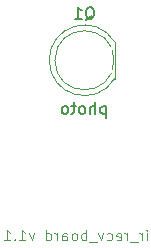
<source format=gbo>
G04 #@! TF.GenerationSoftware,KiCad,Pcbnew,(5.0.0)*
G04 #@! TF.CreationDate,2019-08-04T18:22:56+09:00*
G04 #@! TF.ProjectId,ir_read_mod,69725F726561645F6D6F642E6B696361,rev?*
G04 #@! TF.SameCoordinates,Original*
G04 #@! TF.FileFunction,Legend,Bot*
G04 #@! TF.FilePolarity,Positive*
%FSLAX46Y46*%
G04 Gerber Fmt 4.6, Leading zero omitted, Abs format (unit mm)*
G04 Created by KiCad (PCBNEW (5.0.0)) date 08/04/19 18:22:56*
%MOMM*%
%LPD*%
G01*
G04 APERTURE LIST*
%ADD10C,0.100000*%
%ADD11C,0.150000*%
%ADD12C,0.120000*%
%ADD13C,3.600000*%
%ADD14C,2.200000*%
%ADD15R,2.200000X2.200000*%
%ADD16R,2.100000X2.100000*%
%ADD17O,2.100000X2.100000*%
%ADD18C,2.000000*%
%ADD19O,2.000000X2.000000*%
%ADD20C,2.740000*%
%ADD21R,2.000000X2.000000*%
%ADD22R,2.500000X2.300000*%
%ADD23O,2.500000X2.300000*%
G04 APERTURE END LIST*
D10*
X63321428Y-74857142D02*
X63321428Y-74257142D01*
X63321428Y-73957142D02*
X63364285Y-74000000D01*
X63321428Y-74042857D01*
X63278571Y-74000000D01*
X63321428Y-73957142D01*
X63321428Y-74042857D01*
X62892857Y-74857142D02*
X62892857Y-74257142D01*
X62892857Y-74428571D02*
X62850000Y-74342857D01*
X62807142Y-74300000D01*
X62721428Y-74257142D01*
X62635714Y-74257142D01*
X62550000Y-74942857D02*
X61864285Y-74942857D01*
X61650000Y-74857142D02*
X61650000Y-74257142D01*
X61650000Y-74428571D02*
X61607142Y-74342857D01*
X61564285Y-74300000D01*
X61478571Y-74257142D01*
X61392857Y-74257142D01*
X60750000Y-74814285D02*
X60835714Y-74857142D01*
X61007142Y-74857142D01*
X61092857Y-74814285D01*
X61135714Y-74728571D01*
X61135714Y-74385714D01*
X61092857Y-74300000D01*
X61007142Y-74257142D01*
X60835714Y-74257142D01*
X60750000Y-74300000D01*
X60707142Y-74385714D01*
X60707142Y-74471428D01*
X61135714Y-74557142D01*
X59935714Y-74814285D02*
X60021428Y-74857142D01*
X60192857Y-74857142D01*
X60278571Y-74814285D01*
X60321428Y-74771428D01*
X60364285Y-74685714D01*
X60364285Y-74428571D01*
X60321428Y-74342857D01*
X60278571Y-74300000D01*
X60192857Y-74257142D01*
X60021428Y-74257142D01*
X59935714Y-74300000D01*
X59635714Y-74257142D02*
X59421428Y-74857142D01*
X59207142Y-74257142D01*
X59078571Y-74942857D02*
X58392857Y-74942857D01*
X58178571Y-74857142D02*
X58178571Y-73957142D01*
X58178571Y-74300000D02*
X58092857Y-74257142D01*
X57921428Y-74257142D01*
X57835714Y-74300000D01*
X57792857Y-74342857D01*
X57750000Y-74428571D01*
X57750000Y-74685714D01*
X57792857Y-74771428D01*
X57835714Y-74814285D01*
X57921428Y-74857142D01*
X58092857Y-74857142D01*
X58178571Y-74814285D01*
X57235714Y-74857142D02*
X57321428Y-74814285D01*
X57364285Y-74771428D01*
X57407142Y-74685714D01*
X57407142Y-74428571D01*
X57364285Y-74342857D01*
X57321428Y-74300000D01*
X57235714Y-74257142D01*
X57107142Y-74257142D01*
X57021428Y-74300000D01*
X56978571Y-74342857D01*
X56935714Y-74428571D01*
X56935714Y-74685714D01*
X56978571Y-74771428D01*
X57021428Y-74814285D01*
X57107142Y-74857142D01*
X57235714Y-74857142D01*
X56164285Y-74857142D02*
X56164285Y-74385714D01*
X56207142Y-74300000D01*
X56292857Y-74257142D01*
X56464285Y-74257142D01*
X56550000Y-74300000D01*
X56164285Y-74814285D02*
X56250000Y-74857142D01*
X56464285Y-74857142D01*
X56550000Y-74814285D01*
X56592857Y-74728571D01*
X56592857Y-74642857D01*
X56550000Y-74557142D01*
X56464285Y-74514285D01*
X56250000Y-74514285D01*
X56164285Y-74471428D01*
X55735714Y-74857142D02*
X55735714Y-74257142D01*
X55735714Y-74428571D02*
X55692857Y-74342857D01*
X55650000Y-74300000D01*
X55564285Y-74257142D01*
X55478571Y-74257142D01*
X54792857Y-74857142D02*
X54792857Y-73957142D01*
X54792857Y-74814285D02*
X54878571Y-74857142D01*
X55050000Y-74857142D01*
X55135714Y-74814285D01*
X55178571Y-74771428D01*
X55221428Y-74685714D01*
X55221428Y-74428571D01*
X55178571Y-74342857D01*
X55135714Y-74300000D01*
X55050000Y-74257142D01*
X54878571Y-74257142D01*
X54792857Y-74300000D01*
X53764285Y-74257142D02*
X53550000Y-74857142D01*
X53335714Y-74257142D01*
X52521428Y-74857142D02*
X53035714Y-74857142D01*
X52778571Y-74857142D02*
X52778571Y-73957142D01*
X52864285Y-74085714D01*
X52950000Y-74171428D01*
X53035714Y-74214285D01*
X52135714Y-74771428D02*
X52092857Y-74814285D01*
X52135714Y-74857142D01*
X52178571Y-74814285D01*
X52135714Y-74771428D01*
X52135714Y-74857142D01*
X51235714Y-74857142D02*
X51750000Y-74857142D01*
X51492857Y-74857142D02*
X51492857Y-73957142D01*
X51578571Y-74085714D01*
X51664285Y-74171428D01*
X51750000Y-74214285D01*
D11*
X59857142Y-63485714D02*
X59857142Y-64485714D01*
X59857142Y-63533333D02*
X59761904Y-63485714D01*
X59571428Y-63485714D01*
X59476190Y-63533333D01*
X59428571Y-63580952D01*
X59380952Y-63676190D01*
X59380952Y-63961904D01*
X59428571Y-64057142D01*
X59476190Y-64104761D01*
X59571428Y-64152380D01*
X59761904Y-64152380D01*
X59857142Y-64104761D01*
X58952380Y-64152380D02*
X58952380Y-63152380D01*
X58523809Y-64152380D02*
X58523809Y-63628571D01*
X58571428Y-63533333D01*
X58666666Y-63485714D01*
X58809523Y-63485714D01*
X58904761Y-63533333D01*
X58952380Y-63580952D01*
X57904761Y-64152380D02*
X58000000Y-64104761D01*
X58047619Y-64057142D01*
X58095238Y-63961904D01*
X58095238Y-63676190D01*
X58047619Y-63580952D01*
X58000000Y-63533333D01*
X57904761Y-63485714D01*
X57761904Y-63485714D01*
X57666666Y-63533333D01*
X57619047Y-63580952D01*
X57571428Y-63676190D01*
X57571428Y-63961904D01*
X57619047Y-64057142D01*
X57666666Y-64104761D01*
X57761904Y-64152380D01*
X57904761Y-64152380D01*
X57285714Y-63485714D02*
X56904761Y-63485714D01*
X57142857Y-63152380D02*
X57142857Y-64009523D01*
X57095238Y-64104761D01*
X57000000Y-64152380D01*
X56904761Y-64152380D01*
X56428571Y-64152380D02*
X56523809Y-64104761D01*
X56571428Y-64057142D01*
X56619047Y-63961904D01*
X56619047Y-63676190D01*
X56571428Y-63580952D01*
X56523809Y-63533333D01*
X56428571Y-63485714D01*
X56285714Y-63485714D01*
X56190476Y-63533333D01*
X56142857Y-63580952D01*
X56095238Y-63676190D01*
X56095238Y-63961904D01*
X56142857Y-64057142D01*
X56190476Y-64104761D01*
X56285714Y-64152380D01*
X56428571Y-64152380D01*
D12*
G04 #@! TO.C,Q1*
X55040000Y-59600462D02*
G75*
G02X60590000Y-58055170I2990000J462D01*
G01*
X55040000Y-59599538D02*
G75*
G03X60590000Y-61144830I2990000J-462D01*
G01*
X60530000Y-59600000D02*
G75*
G03X60530000Y-59600000I-2500000J0D01*
G01*
X60590000Y-58055000D02*
X60590000Y-61145000D01*
D11*
X58125238Y-56187619D02*
X58220476Y-56140000D01*
X58315714Y-56044761D01*
X58458571Y-55901904D01*
X58553809Y-55854285D01*
X58649047Y-55854285D01*
X58601428Y-56092380D02*
X58696666Y-56044761D01*
X58791904Y-55949523D01*
X58839523Y-55759047D01*
X58839523Y-55425714D01*
X58791904Y-55235238D01*
X58696666Y-55140000D01*
X58601428Y-55092380D01*
X58410952Y-55092380D01*
X58315714Y-55140000D01*
X58220476Y-55235238D01*
X58172857Y-55425714D01*
X58172857Y-55759047D01*
X58220476Y-55949523D01*
X58315714Y-56044761D01*
X58410952Y-56092380D01*
X58601428Y-56092380D01*
X57220476Y-56092380D02*
X57791904Y-56092380D01*
X57506190Y-56092380D02*
X57506190Y-55092380D01*
X57601428Y-55235238D01*
X57696666Y-55330476D01*
X57791904Y-55378095D01*
G04 #@! TD*
%LPC*%
D13*
G04 #@! TO.C,hole2*
X75400000Y-38400000D03*
G04 #@! TD*
G04 #@! TO.C,hole4*
X75400000Y-74400000D03*
G04 #@! TD*
G04 #@! TO.C,hole3*
X39400000Y-74400000D03*
G04 #@! TD*
D14*
G04 #@! TO.C,D1*
X65440000Y-69000000D03*
D15*
X62900000Y-69000000D03*
G04 #@! TD*
G04 #@! TO.C,D2*
X56400000Y-69000000D03*
D14*
X58940000Y-69000000D03*
G04 #@! TD*
G04 #@! TO.C,D3*
X52440000Y-69000000D03*
D15*
X49900000Y-69000000D03*
G04 #@! TD*
G04 #@! TO.C,D4*
X43400000Y-69000000D03*
D14*
X45940000Y-69000000D03*
G04 #@! TD*
G04 #@! TO.C,D5*
X63260000Y-59600000D03*
D15*
X65800000Y-59600000D03*
G04 #@! TD*
D16*
G04 #@! TO.C,J1*
X46300000Y-42200000D03*
D17*
X48840000Y-42200000D03*
X51380000Y-42200000D03*
X53920000Y-42200000D03*
G04 #@! TD*
D16*
G04 #@! TO.C,J3*
X68200000Y-40050000D03*
G04 #@! TD*
D15*
G04 #@! TO.C,Q1*
X59300000Y-59600000D03*
D14*
X56760000Y-59600000D03*
G04 #@! TD*
D18*
G04 #@! TO.C,R1*
X57100000Y-41900000D03*
D19*
X64720000Y-41900000D03*
G04 #@! TD*
G04 #@! TO.C,R2*
X64720000Y-45000000D03*
D18*
X57100000Y-45000000D03*
G04 #@! TD*
D20*
G04 #@! TO.C,RV1*
X64100000Y-53300000D03*
X61600000Y-48300000D03*
X59100000Y-53300000D03*
G04 #@! TD*
D21*
G04 #@! TO.C,U1*
X45900000Y-47400000D03*
D19*
X53520000Y-62640000D03*
X45900000Y-49940000D03*
X53520000Y-60100000D03*
X45900000Y-52480000D03*
X53520000Y-57560000D03*
X45900000Y-55020000D03*
X53520000Y-55020000D03*
X45900000Y-57560000D03*
X53520000Y-52480000D03*
X45900000Y-60100000D03*
X53520000Y-49940000D03*
X45900000Y-62640000D03*
X53520000Y-47400000D03*
G04 #@! TD*
D13*
G04 #@! TO.C,hole1*
X39400000Y-38400000D03*
G04 #@! TD*
D18*
G04 #@! TO.C,R3*
X69500000Y-60400000D03*
D19*
X69500000Y-52780000D03*
G04 #@! TD*
G04 #@! TO.C,R4*
X72500000Y-52780000D03*
D18*
X72500000Y-60400000D03*
G04 #@! TD*
G04 #@! TO.C,R5*
X75500000Y-60400000D03*
D19*
X75500000Y-52780000D03*
G04 #@! TD*
G04 #@! TO.C,R6*
X69500000Y-62780000D03*
D18*
X69500000Y-70400000D03*
G04 #@! TD*
G04 #@! TO.C,R7*
X72550000Y-70400000D03*
D19*
X72550000Y-62780000D03*
G04 #@! TD*
D22*
G04 #@! TO.C,SW1*
X68300000Y-44850000D03*
D23*
X75920000Y-44850000D03*
X68300000Y-47390000D03*
X75920000Y-47390000D03*
X68300000Y-49930000D03*
X75920000Y-49930000D03*
G04 #@! TD*
D16*
G04 #@! TO.C,SW2*
X42450000Y-48350000D03*
D17*
X42450000Y-45810000D03*
X42450000Y-43270000D03*
G04 #@! TD*
D16*
G04 #@! TO.C,J2*
X42450000Y-52350000D03*
D17*
X42450000Y-54890000D03*
X42450000Y-57430000D03*
X42450000Y-59970000D03*
X42450000Y-62510000D03*
G04 #@! TD*
D16*
G04 #@! TO.C,J4*
X59600000Y-38300000D03*
D17*
X62140000Y-38300000D03*
G04 #@! TD*
M02*

</source>
